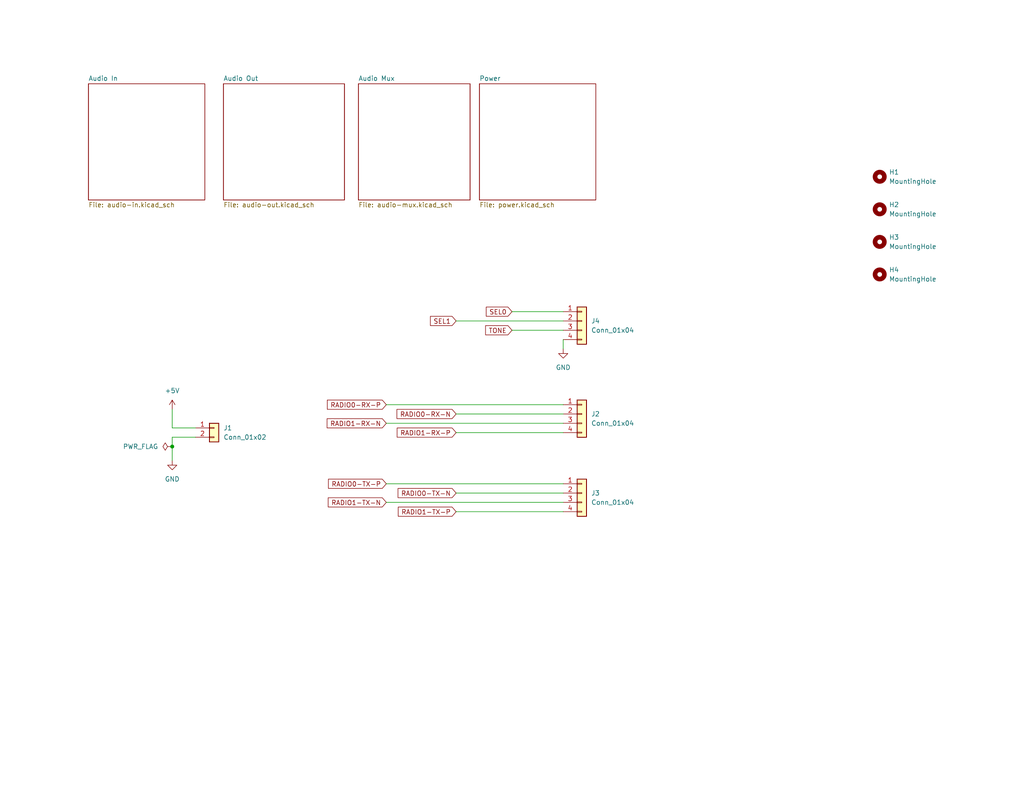
<source format=kicad_sch>
(kicad_sch (version 20231120) (generator "eeschema") (generator_version "8.0")
  (paper "USLetter")
  (title_block (title "Simple Repeater Controller") (date "2025-01-16") (rev "1") (company "KC1FSZ") (comment 1 "Copyright (C) 2025") (comment 2 "For Non-Commercial Use Only"))
  (lib_symbols
    (symbol "Connector_Generic:Conn_01x02" (pin_names (offset 1.016) hide)
      (property "Reference" "J" (at 0 2.54 0))
      (property "Value" "Conn_01x02" (at 0 -5.08 0))
      (symbol "Conn_01x02_1_1"
        (rectangle (start -1.27 -2.413) (end 0 -2.667) (stroke (width 0.1524)))
        (rectangle (start -1.27 0.127) (end 0 -0.127) (stroke (width 0.1524)))
        (rectangle (start -1.27 1.27) (end 1.27 -3.81) (stroke (width 0.254)) (fill (type background)))
        (pin passive line (at -5.08 0 0) (length 3.81) (name "Pin_1") (number "1"))
        (pin passive line (at -5.08 -2.54 0) (length 3.81) (name "Pin_2") (number "2"))
      )
    )
    (symbol "Connector_Generic:Conn_01x04" (pin_names (offset 1.016) hide)
      (property "Reference" "J" (at 0 5.08 0))
      (property "Value" "Conn_01x04" (at 0 -7.62 0))
      (symbol "Conn_01x04_1_1"
        (rectangle (start -1.27 -4.953) (end 0 -5.207) (stroke (width 0.1524)))
        (rectangle (start -1.27 -2.413) (end 0 -2.667) (stroke (width 0.1524)))
        (rectangle (start -1.27 0.127) (end 0 -0.127) (stroke (width 0.1524)))
        (rectangle (start -1.27 2.667) (end 0 2.413) (stroke (width 0.1524)))
        (rectangle (start -1.27 3.81) (end 1.27 -6.35) (stroke (width 0.254)) (fill (type background)))
        (pin passive line (at -5.08 2.54 0) (length 3.81) (name "Pin_1") (number "1"))
        (pin passive line (at -5.08 0 0) (length 3.81) (name "Pin_2") (number "2"))
        (pin passive line (at -5.08 -2.54 0) (length 3.81) (name "Pin_3") (number "3"))
        (pin passive line (at -5.08 -5.08 0) (length 3.81) (name "Pin_4") (number "4"))
      )
    )
    (symbol "Mechanical:MountingHole" (pin_names (offset 1.016)) (exclude_from_sim yes) (in_bom no)
      (property "Reference" "H" (at 0 5.08 0))
      (property "Value" "MountingHole" (at 0 3.175 0))
      (symbol "MountingHole_0_1"
        (circle (center 0 0) (radius 1.27) (stroke (width 1.27)))
      )
    )
    (symbol "power:+5V" (power) (pin_numbers hide) (pin_names (offset 0) hide)
      (property "Value" "+5V" (at 0 3.556 0))
      (symbol "+5V_0_1"
        (polyline (pts (xy -0.762 1.27) (xy 0 2.54)))
        (polyline (pts (xy 0 0) (xy 0 2.54)))
        (polyline (pts (xy 0 2.54) (xy 0.762 1.27)))
      )
      (symbol "+5V_1_1"
        (pin power_in line (at 0 0 90) (length 0) (name "~") (number "1"))
      )
    )
    (symbol "power:GND" (power) (pin_numbers hide) (pin_names (offset 0) hide)
      (property "Value" "GND" (at 0 -3.81 0))
      (symbol "GND_0_1"
        (polyline (pts (xy 0 0) (xy 0 -1.27) (xy 1.27 -1.27) (xy 0 -2.54) (xy -1.27 -1.27) (xy 0 -1.27)))
      )
      (symbol "GND_1_1"
        (pin power_in line (at 0 0 270) (length 0) (name "~") (number "1"))
      )
    )
    (symbol "power:PWR_FLAG" (power) (pin_numbers hide) (pin_names (offset 0) hide)
      (property "Value" "PWR_FLAG" (at 0 3.81 0))
      (symbol "PWR_FLAG_0_0"
        (pin power_out line (at 0 0 90) (length 0) (name "~") (number "1"))
      )
      (symbol "PWR_FLAG_0_1"
        (polyline (pts (xy 0 0) (xy 0 1.27) (xy -1.016 1.905) (xy 0 2.54) (xy 1.016 1.905) (xy 0 1.27)))
      )
    )
  )
  (junction (at 46.99 121.92))
  (wire (pts (xy 153.67 92.71) (xy 153.67 95.25)))
  (wire (pts (xy 124.46 134.62) (xy 153.67 134.62)))
  (wire (pts (xy 105.41 110.49) (xy 153.67 110.49)))
  (wire (pts (xy 46.99 116.84) (xy 53.34 116.84)))
  (wire (pts (xy 124.46 113.03) (xy 153.67 113.03)))
  (wire (pts (xy 105.41 115.57) (xy 153.67 115.57)))
  (wire (pts (xy 124.46 87.63) (xy 153.67 87.63)))
  (wire (pts (xy 124.46 118.11) (xy 153.67 118.11)))
  (wire (pts (xy 46.99 125.73) (xy 46.99 121.92)))
  (wire (pts (xy 105.41 137.16) (xy 153.67 137.16)))
  (wire (pts (xy 46.99 119.38) (xy 46.99 121.92)))
  (wire (pts (xy 105.41 132.08) (xy 153.67 132.08)))
  (wire (pts (xy 53.34 119.38) (xy 46.99 119.38)))
  (wire (pts (xy 139.7 85.09) (xy 153.67 85.09)))
  (wire (pts (xy 124.46 139.7) (xy 153.67 139.7)))
  (wire (pts (xy 46.99 111.76) (xy 46.99 116.84)))
  (wire (pts (xy 139.7 90.17) (xy 153.67 90.17)))
  (global_label "SEL1" (shape input) (at 124.46 87.63 180) (property "Intersheetrefs" "${INTERSHEET_REFS}" (effects (hide yes))))
  (global_label "RADIO0-TX-N" (shape input) (at 124.46 134.62 180) (property "Intersheetrefs" "${INTERSHEET_REFS}" (effects (hide yes))))
  (global_label "RADIO1-RX-P" (shape input) (at 124.46 118.11 180) (property "Intersheetrefs" "${INTERSHEET_REFS}" (effects (hide yes))))
  (global_label "RADIO0-RX-P" (shape input) (at 105.41 110.49 180) (property "Intersheetrefs" "${INTERSHEET_REFS}" (effects (hide yes))))
  (global_label "SEL0" (shape input) (at 139.7 85.09 180) (property "Intersheetrefs" "${INTERSHEET_REFS}" (effects (hide yes))))
  (global_label "RADIO1-RX-N" (shape input) (at 105.41 115.57 180) (property "Intersheetrefs" "${INTERSHEET_REFS}" (effects (hide yes))))
  (global_label "RADIO0-TX-P" (shape input) (at 105.41 132.08 180) (property "Intersheetrefs" "${INTERSHEET_REFS}" (effects (hide yes))))
  (global_label "RADIO1-TX-P" (shape input) (at 124.46 139.7 180) (property "Intersheetrefs" "${INTERSHEET_REFS}" (effects (hide yes))))
  (global_label "TONE" (shape input) (at 139.7 90.17 180) (property "Intersheetrefs" "${INTERSHEET_REFS}" (effects (hide yes))))
  (global_label "RADIO1-TX-N" (shape input) (at 105.41 137.16 180) (property "Intersheetrefs" "${INTERSHEET_REFS}" (effects (hide yes))))
  (global_label "RADIO0-RX-N" (shape input) (at 124.46 113.03 180) (property "Intersheetrefs" "${INTERSHEET_REFS}" (effects (hide yes))))
  (symbol (lib_id "Connector_Generic:Conn_01x02") (at 58.42 116.84 0) (unit 1)
    (property "Reference" "J1" (at 60.96 116.8399 0) (effects (justify left)))
    (property "Value" "Conn_01x02" (at 60.96 119.3799 0) (effects (justify left)))
    (property "Footprint" "Connector_PinHeader_2.54mm:PinHeader_1x02_P2.54mm_Vertical" (effects (hide yes)))
    (property "Description" "Generic connector, single row, 01x02, script generated (kicad-library-utils/schlib/autogen/connector/)" (effects (hide yes)))
  )
  (symbol (lib_id "Connector_Generic:Conn_01x04") (at 158.75 113.03 0) (unit 1)
    (property "Reference" "J2" (at 161.29 113.0299 0) (effects (justify left)))
    (property "Value" "Conn_01x04" (at 161.29 115.5699 0) (effects (justify left)))
    (property "Footprint" "Connector_PinHeader_2.54mm:PinHeader_1x04_P2.54mm_Vertical" (effects (hide yes)))
    (property "Description" "Generic connector, single row, 01x04, script generated (kicad-library-utils/schlib/autogen/connector/)" (effects (hide yes)))
  )
  (symbol (lib_id "power:GND") (at 46.99 125.73 0) (unit 1)
    (property "Reference" "#PWR039" (effects (hide yes)))
    (property "Value" "GND" (at 46.99 130.81 0))
    (property "Description" "Power symbol creates a global label with name \"GND\" , ground" (effects (hide yes)))
  )
  (symbol (lib_id "power:PWR_FLAG") (at 46.99 121.92 90) (unit 1)
    (property "Reference" "#FLG03" (effects (hide yes)))
    (property "Value" "PWR_FLAG" (at 43.18 121.9199 90) (effects (justify left)))
    (property "Description" "Special symbol for telling ERC where power comes from" (effects (hide yes)))
  )
  (symbol (lib_id "Mechanical:MountingHole") (at 240.03 57.15 0) (unit 1) (exclude_from_sim yes) (in_bom no)
    (property "Reference" "H2" (at 242.57 55.8799 0) (effects (justify left)))
    (property "Value" "MountingHole" (at 242.57 58.4199 0) (effects (justify left)))
    (property "Footprint" "MountingHole:MountingHole_3.5mm" (effects (hide yes)))
    (property "Description" "Mounting Hole without connection" (effects (hide yes)))
  )
  (symbol (lib_id "Mechanical:MountingHole") (at 240.03 74.93 0) (unit 1) (exclude_from_sim yes) (in_bom no)
    (property "Reference" "H4" (at 242.57 73.6599 0) (effects (justify left)))
    (property "Value" "MountingHole" (at 242.57 76.1999 0) (effects (justify left)))
    (property "Footprint" "MountingHole:MountingHole_3.5mm" (effects (hide yes)))
    (property "Description" "Mounting Hole without connection" (effects (hide yes)))
  )
  (symbol (lib_id "Mechanical:MountingHole") (at 240.03 48.26 0) (unit 1) (exclude_from_sim yes) (in_bom no)
    (property "Reference" "H1" (at 242.57 46.9899 0) (effects (justify left)))
    (property "Value" "MountingHole" (at 242.57 49.5299 0) (effects (justify left)))
    (property "Footprint" "MountingHole:MountingHole_3.5mm" (effects (hide yes)))
    (property "Description" "Mounting Hole without connection" (effects (hide yes)))
  )
  (symbol (lib_id "Mechanical:MountingHole") (at 240.03 66.04 0) (unit 1) (exclude_from_sim yes) (in_bom no)
    (property "Reference" "H3" (at 242.57 64.7699 0) (effects (justify left)))
    (property "Value" "MountingHole" (at 242.57 67.3099 0) (effects (justify left)))
    (property "Footprint" "MountingHole:MountingHole_3.5mm" (effects (hide yes)))
    (property "Description" "Mounting Hole without connection" (effects (hide yes)))
  )
  (symbol (lib_id "power:GND") (at 153.67 95.25 0) (unit 1)
    (property "Reference" "#PWR01" (effects (hide yes)))
    (property "Value" "GND" (at 153.67 100.33 0))
    (property "Description" "Power symbol creates a global label with name \"GND\" , ground" (effects (hide yes)))
  )
  (symbol (lib_id "Connector_Generic:Conn_01x04") (at 158.75 134.62 0) (unit 1)
    (property "Reference" "J3" (at 161.29 134.6199 0) (effects (justify left)))
    (property "Value" "Conn_01x04" (at 161.29 137.1599 0) (effects (justify left)))
    (property "Footprint" "Connector_PinHeader_2.54mm:PinHeader_1x04_P2.54mm_Vertical" (effects (hide yes)))
    (property "Description" "Generic connector, single row, 01x04, script generated (kicad-library-utils/schlib/autogen/connector/)" (effects (hide yes)))
  )
  (symbol (lib_id "Connector_Generic:Conn_01x04") (at 158.75 87.63 0) (unit 1)
    (property "Reference" "J4" (at 161.29 87.6299 0) (effects (justify left)))
    (property "Value" "Conn_01x04" (at 161.29 90.1699 0) (effects (justify left)))
    (property "Footprint" "Connector_PinHeader_2.54mm:PinHeader_1x04_P2.54mm_Vertical" (effects (hide yes)))
    (property "Description" "Generic connector, single row, 01x04, script generated (kicad-library-utils/schlib/autogen/connector/)" (effects (hide yes)))
  )
  (symbol (lib_id "power:+5V") (at 46.99 111.76 0) (unit 1)
    (property "Reference" "#PWR038" (effects (hide yes)))
    (property "Value" "+5V" (at 46.99 106.68 0))
    (property "Description" "Power symbol creates a global label with name \"+5V\"" (effects (hide yes)))
  )
  (sheet (at 60.96 22.86) (size 33.02 31.75) (stroke (width 0.1524))
    (property "Sheetname" "Audio Out" (at 60.96 22.1484 0) (effects (justify left bottom)))
    (property "Sheetfile" "audio-out.kicad_sch" (at 60.96 55.1946 0) (effects (justify left top)))
  )
  (sheet (at 97.79 22.86) (size 30.48 31.75) (stroke (width 0.1524))
    (property "Sheetname" "Audio Mux" (at 97.79 22.1484 0) (effects (justify left bottom)))
    (property "Sheetfile" "audio-mux.kicad_sch" (at 97.79 55.1946 0) (effects (justify left top)))
  )
  (sheet (at 24.13 22.86) (size 31.75 31.75) (stroke (width 0.1524))
    (property "Sheetname" "Audio In" (at 24.13 22.1484 0) (effects (justify left bottom)))
    (property "Sheetfile" "audio-in.kicad_sch" (at 24.13 55.1946 0) (effects (justify left top)))
  )
  (sheet (at 130.81 22.86) (size 31.75 31.75) (stroke (width 0.1524))
    (property "Sheetname" "Power" (at 130.81 22.1484 0) (effects (justify left bottom)))
    (property "Sheetfile" "power.kicad_sch" (at 130.81 55.1946 0) (effects (justify left top)))
  )
)
</source>
